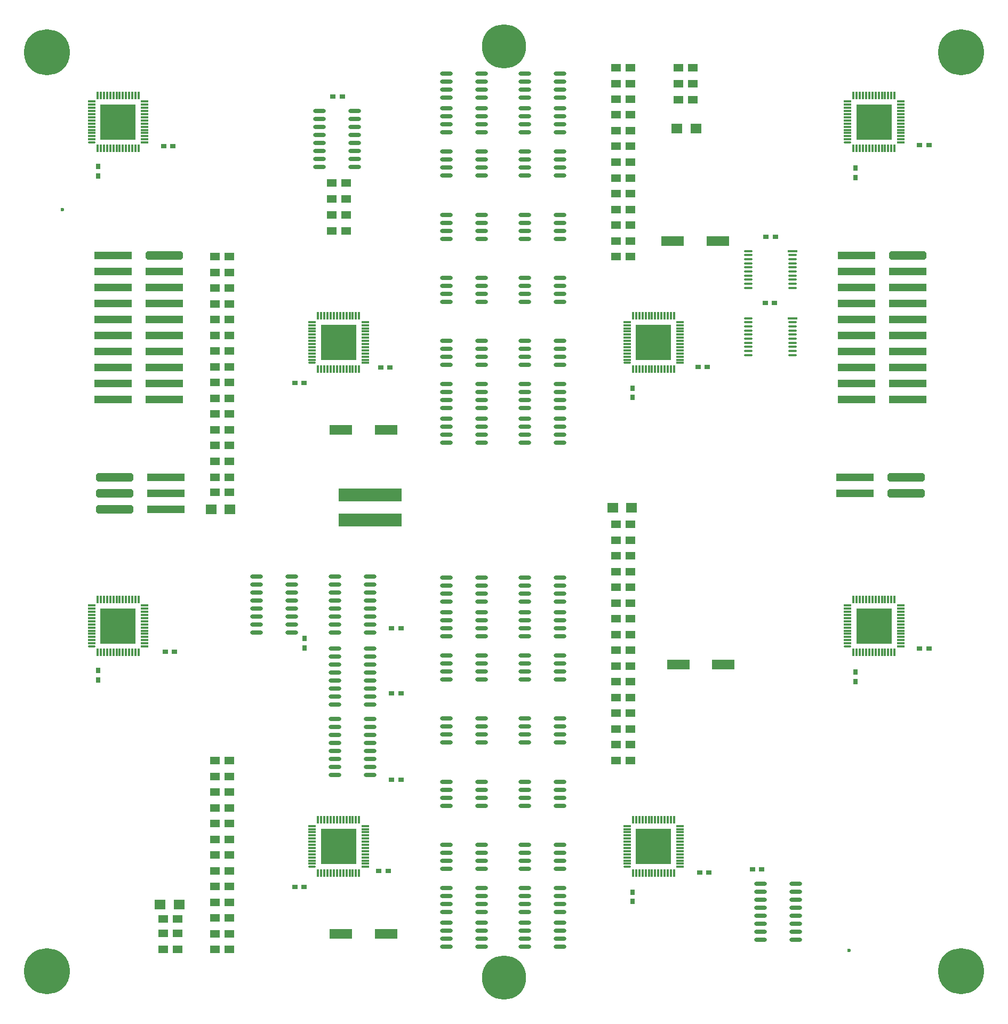
<source format=gbp>
%FSLAX25Y25*%
%MOIN*%
G70*
G01*
G75*
G04 Layer_Color=128*
%ADD10R,0.06000X0.05000*%
%ADD11R,0.01772X0.01575*%
%ADD12C,0.02362*%
%ADD13C,0.00500*%
%ADD14C,0.01200*%
%ADD15C,0.01500*%
%ADD16C,0.01000*%
%ADD17C,0.00700*%
%ADD18C,0.01969*%
%ADD19C,0.03937*%
%ADD20C,0.11811*%
%ADD21C,0.02000*%
%ADD22C,0.03000*%
%ADD23C,0.01181*%
%ADD24C,0.02500*%
%ADD25C,0.02000*%
%ADD26C,0.01800*%
%ADD27C,0.04000*%
%ADD28C,0.02953*%
%ADD29C,0.05000*%
G04:AMPARAMS|DCode=30|XSize=39.95mil|YSize=37.83mil|CornerRadius=0mil|HoleSize=0mil|Usage=FLASHONLY|Rotation=45.000|XOffset=0mil|YOffset=0mil|HoleType=Round|Shape=Rectangle|*
%AMROTATEDRECTD30*
4,1,4,-0.00075,-0.02750,-0.02750,-0.00075,0.00075,0.02750,0.02750,0.00075,-0.00075,-0.02750,0.0*
%
%ADD30ROTATEDRECTD30*%

%ADD31R,0.05675X0.03500*%
G04:AMPARAMS|DCode=32|XSize=56.45mil|YSize=34.3mil|CornerRadius=0mil|HoleSize=0mil|Usage=FLASHONLY|Rotation=45.000|XOffset=0mil|YOffset=0mil|HoleType=Round|Shape=Rectangle|*
%AMROTATEDRECTD32*
4,1,4,-0.00783,-0.03208,-0.03208,-0.00783,0.00783,0.03208,0.03208,0.00783,-0.00783,-0.03208,0.0*
%
%ADD32ROTATEDRECTD32*%

%ADD33R,0.09875X0.04484*%
G04:AMPARAMS|DCode=34|XSize=28.19mil|YSize=14.85mil|CornerRadius=0mil|HoleSize=0mil|Usage=FLASHONLY|Rotation=45.000|XOffset=0mil|YOffset=0mil|HoleType=Round|Shape=Rectangle|*
%AMROTATEDRECTD34*
4,1,4,-0.00472,-0.01522,-0.01522,-0.00472,0.00472,0.01522,0.01522,0.00472,-0.00472,-0.01522,0.0*
%
%ADD34ROTATEDRECTD34*%

G04:AMPARAMS|DCode=35|XSize=16.97mil|YSize=36.77mil|CornerRadius=0mil|HoleSize=0mil|Usage=FLASHONLY|Rotation=45.000|XOffset=0mil|YOffset=0mil|HoleType=Round|Shape=Rectangle|*
%AMROTATEDRECTD35*
4,1,4,0.00700,-0.01900,-0.01900,0.00700,-0.00700,0.01900,0.01900,-0.00700,0.00700,-0.01900,0.0*
%
%ADD35ROTATEDRECTD35*%

%ADD36R,0.12600X0.04700*%
G04:AMPARAMS|DCode=37|XSize=41.72mil|YSize=19.61mil|CornerRadius=0mil|HoleSize=0mil|Usage=FLASHONLY|Rotation=45.000|XOffset=0mil|YOffset=0mil|HoleType=Round|Shape=Rectangle|*
%AMROTATEDRECTD37*
4,1,4,-0.00782,-0.02168,-0.02168,-0.00782,0.00782,0.02168,0.02168,0.00782,-0.00782,-0.02168,0.0*
%
%ADD37ROTATEDRECTD37*%

G04:AMPARAMS|DCode=38|XSize=20.86mil|YSize=37.15mil|CornerRadius=0mil|HoleSize=0mil|Usage=FLASHONLY|Rotation=45.000|XOffset=0mil|YOffset=0mil|HoleType=Round|Shape=Rectangle|*
%AMROTATEDRECTD38*
4,1,4,0.00576,-0.02051,-0.02051,0.00576,-0.00576,0.02051,0.02051,-0.00576,0.00576,-0.02051,0.0*
%
%ADD38ROTATEDRECTD38*%

%ADD39R,0.13700X0.04650*%
G04:AMPARAMS|DCode=40|XSize=45.9mil|YSize=34.29mil|CornerRadius=0mil|HoleSize=0mil|Usage=FLASHONLY|Rotation=45.000|XOffset=0mil|YOffset=0mil|HoleType=Round|Shape=Rectangle|*
%AMROTATEDRECTD40*
4,1,4,-0.00411,-0.02835,-0.02835,-0.00411,0.00411,0.02835,0.02835,0.00411,-0.00411,-0.02835,0.0*
%
%ADD40ROTATEDRECTD40*%

G04:AMPARAMS|DCode=41|XSize=21.21mil|YSize=44.19mil|CornerRadius=0mil|HoleSize=0mil|Usage=FLASHONLY|Rotation=45.000|XOffset=0mil|YOffset=0mil|HoleType=Round|Shape=Rectangle|*
%AMROTATEDRECTD41*
4,1,4,0.00812,-0.02312,-0.02312,0.00812,-0.00812,0.02312,0.02312,-0.00812,0.00812,-0.02312,0.0*
%
%ADD41ROTATEDRECTD41*%

%ADD42R,0.15900X0.04141*%
G04:AMPARAMS|DCode=43|XSize=19.91mil|YSize=40.5mil|CornerRadius=0mil|HoleSize=0mil|Usage=FLASHONLY|Rotation=45.000|XOffset=0mil|YOffset=0mil|HoleType=Round|Shape=Rectangle|*
%AMROTATEDRECTD43*
4,1,4,0.00728,-0.02136,-0.02136,0.00728,-0.00728,0.02136,0.02136,-0.00728,0.00728,-0.02136,0.0*
%
%ADD43ROTATEDRECTD43*%

%ADD44R,0.11436X0.03164*%
G04:AMPARAMS|DCode=45|XSize=50.91mil|YSize=50.91mil|CornerRadius=0mil|HoleSize=0mil|Usage=FLASHONLY|Rotation=45.000|XOffset=0mil|YOffset=0mil|HoleType=Round|Shape=Rectangle|*
%AMROTATEDRECTD45*
4,1,4,0.00000,-0.03600,-0.03600,0.00000,0.00000,0.03600,0.03600,0.00000,0.00000,-0.03600,0.0*
%
%ADD45ROTATEDRECTD45*%

G04:AMPARAMS|DCode=46|XSize=55.51mil|YSize=42.75mil|CornerRadius=0mil|HoleSize=0mil|Usage=FLASHONLY|Rotation=45.000|XOffset=0mil|YOffset=0mil|HoleType=Round|Shape=Rectangle|*
%AMROTATEDRECTD46*
4,1,4,-0.00451,-0.03474,-0.03474,-0.00451,0.00451,0.03474,0.03474,0.00451,-0.00451,-0.03474,0.0*
%
%ADD46ROTATEDRECTD46*%

%ADD47R,0.08050X0.07200*%
G04:AMPARAMS|DCode=48|XSize=24.37mil|YSize=44.08mil|CornerRadius=0mil|HoleSize=0mil|Usage=FLASHONLY|Rotation=45.000|XOffset=0mil|YOffset=0mil|HoleType=Round|Shape=Rectangle|*
%AMROTATEDRECTD48*
4,1,4,0.00697,-0.02420,-0.02420,0.00697,-0.00697,0.02420,0.02420,-0.00697,0.00697,-0.02420,0.0*
%
%ADD48ROTATEDRECTD48*%

%ADD49R,0.30653X0.03447*%
%ADD50R,0.19797X0.02000*%
G04:AMPARAMS|DCode=51|XSize=53.88mil|YSize=35.56mil|CornerRadius=0mil|HoleSize=0mil|Usage=FLASHONLY|Rotation=45.000|XOffset=0mil|YOffset=0mil|HoleType=Round|Shape=Rectangle|*
%AMROTATEDRECTD51*
4,1,4,-0.00647,-0.03162,-0.03162,-0.00647,0.00647,0.03162,0.03162,0.00647,-0.00647,-0.03162,0.0*
%
%ADD51ROTATEDRECTD51*%

G04:AMPARAMS|DCode=52|XSize=30.94mil|YSize=51.65mil|CornerRadius=0mil|HoleSize=0mil|Usage=FLASHONLY|Rotation=45.000|XOffset=0mil|YOffset=0mil|HoleType=Round|Shape=Rectangle|*
%AMROTATEDRECTD52*
4,1,4,0.00732,-0.02920,-0.02920,0.00732,-0.00732,0.02920,0.02920,-0.00732,0.00732,-0.02920,0.0*
%
%ADD52ROTATEDRECTD52*%

%ADD53R,0.16950X0.05119*%
G04:AMPARAMS|DCode=54|XSize=43.68mil|YSize=24.57mil|CornerRadius=0mil|HoleSize=0mil|Usage=FLASHONLY|Rotation=45.000|XOffset=0mil|YOffset=0mil|HoleType=Round|Shape=Rectangle|*
%AMROTATEDRECTD54*
4,1,4,-0.00676,-0.02413,-0.02413,-0.00676,0.00676,0.02413,0.02413,0.00676,-0.00676,-0.02413,0.0*
%
%ADD54ROTATEDRECTD54*%

G04:AMPARAMS|DCode=55|XSize=25.1mil|YSize=45.08mil|CornerRadius=0mil|HoleSize=0mil|Usage=FLASHONLY|Rotation=45.000|XOffset=0mil|YOffset=0mil|HoleType=Round|Shape=Rectangle|*
%AMROTATEDRECTD55*
4,1,4,0.00706,-0.02481,-0.02481,0.00706,-0.00706,0.02481,0.02481,-0.00706,0.00706,-0.02481,0.0*
%
%ADD55ROTATEDRECTD55*%

%ADD56R,0.15350X0.04267*%
G04:AMPARAMS|DCode=57|XSize=44.31mil|YSize=22.29mil|CornerRadius=0mil|HoleSize=0mil|Usage=FLASHONLY|Rotation=45.000|XOffset=0mil|YOffset=0mil|HoleType=Round|Shape=Rectangle|*
%AMROTATEDRECTD57*
4,1,4,-0.00778,-0.02355,-0.02355,-0.00778,0.00778,0.02355,0.02355,0.00778,-0.00778,-0.02355,0.0*
%
%ADD57ROTATEDRECTD57*%

G04:AMPARAMS|DCode=58|XSize=21.21mil|YSize=30.65mil|CornerRadius=0mil|HoleSize=0mil|Usage=FLASHONLY|Rotation=45.000|XOffset=0mil|YOffset=0mil|HoleType=Round|Shape=Rectangle|*
%AMROTATEDRECTD58*
4,1,4,0.00334,-0.01834,-0.01834,0.00334,-0.00334,0.01834,0.01834,-0.00334,0.00334,-0.01834,0.0*
%
%ADD58ROTATEDRECTD58*%

%ADD59R,0.16400X0.03444*%
G04:AMPARAMS|DCode=60|XSize=11.2mil|YSize=27.05mil|CornerRadius=0mil|HoleSize=0mil|Usage=FLASHONLY|Rotation=45.000|XOffset=0mil|YOffset=0mil|HoleType=Round|Shape=Rectangle|*
%AMROTATEDRECTD60*
4,1,4,0.00560,-0.01353,-0.01353,0.00560,-0.00560,0.01353,0.01353,-0.00560,0.00560,-0.01353,0.0*
%
%ADD60ROTATEDRECTD60*%

%ADD61R,0.15785X0.03225*%
G04:AMPARAMS|DCode=62|XSize=49.14mil|YSize=61.87mil|CornerRadius=0mil|HoleSize=0mil|Usage=FLASHONLY|Rotation=45.000|XOffset=0mil|YOffset=0mil|HoleType=Round|Shape=Rectangle|*
%AMROTATEDRECTD62*
4,1,4,0.00450,-0.03925,-0.03925,0.00450,-0.00450,0.03925,0.03925,-0.00450,0.00450,-0.03925,0.0*
%
%ADD62ROTATEDRECTD62*%

G04:AMPARAMS|DCode=63|XSize=54.09mil|YSize=54.09mil|CornerRadius=0mil|HoleSize=0mil|Usage=FLASHONLY|Rotation=45.000|XOffset=0mil|YOffset=0mil|HoleType=Round|Shape=Rectangle|*
%AMROTATEDRECTD63*
4,1,4,0.00000,-0.03825,-0.03825,0.00000,0.00000,0.03825,0.03825,0.00000,0.00000,-0.03825,0.0*
%
%ADD63ROTATEDRECTD63*%

%ADD64R,0.39400X0.07650*%
%ADD65R,0.03426X0.03425*%
G04:AMPARAMS|DCode=66|XSize=33.16mil|YSize=24.98mil|CornerRadius=0mil|HoleSize=0mil|Usage=FLASHONLY|Rotation=45.000|XOffset=0mil|YOffset=0mil|HoleType=Round|Shape=Rectangle|*
%AMROTATEDRECTD66*
4,1,4,-0.00289,-0.02056,-0.02056,-0.00289,0.00289,0.02056,0.02056,0.00289,-0.00289,-0.02056,0.0*
%
%ADD66ROTATEDRECTD66*%

G04:AMPARAMS|DCode=67|XSize=49.5mil|YSize=54.11mil|CornerRadius=0mil|HoleSize=0mil|Usage=FLASHONLY|Rotation=45.000|XOffset=0mil|YOffset=0mil|HoleType=Round|Shape=Rectangle|*
%AMROTATEDRECTD67*
4,1,4,0.00163,-0.03663,-0.03663,0.00163,-0.00163,0.03663,0.03663,-0.00163,0.00163,-0.03663,0.0*
%
%ADD67ROTATEDRECTD67*%

G04:AMPARAMS|DCode=68|XSize=61.52mil|YSize=32.44mil|CornerRadius=0mil|HoleSize=0mil|Usage=FLASHONLY|Rotation=45.000|XOffset=0mil|YOffset=0mil|HoleType=Round|Shape=Rectangle|*
%AMROTATEDRECTD68*
4,1,4,-0.01028,-0.03322,-0.03322,-0.01028,0.01028,0.03322,0.03322,0.01028,-0.01028,-0.03322,0.0*
%
%ADD68ROTATEDRECTD68*%

%ADD69R,0.08650X0.03851*%
%ADD70R,0.05100X0.06450*%
G04:AMPARAMS|DCode=71|XSize=49.72mil|YSize=59.41mil|CornerRadius=0mil|HoleSize=0mil|Usage=FLASHONLY|Rotation=45.000|XOffset=0mil|YOffset=0mil|HoleType=Round|Shape=Rectangle|*
%AMROTATEDRECTD71*
4,1,4,0.00342,-0.03858,-0.03858,0.00342,-0.00342,0.03858,0.03858,-0.00342,0.00342,-0.03858,0.0*
%
%ADD71ROTATEDRECTD71*%

G04:AMPARAMS|DCode=72|XSize=44.19mil|YSize=26.52mil|CornerRadius=0mil|HoleSize=0mil|Usage=FLASHONLY|Rotation=45.000|XOffset=0mil|YOffset=0mil|HoleType=Round|Shape=Rectangle|*
%AMROTATEDRECTD72*
4,1,4,-0.00625,-0.02500,-0.02500,-0.00625,0.00625,0.02500,0.02500,0.00625,-0.00625,-0.02500,0.0*
%
%ADD72ROTATEDRECTD72*%

%ADD73R,0.06550X0.04491*%
G04:AMPARAMS|DCode=74|XSize=30.68mil|YSize=19.45mil|CornerRadius=0mil|HoleSize=0mil|Usage=FLASHONLY|Rotation=45.000|XOffset=0mil|YOffset=0mil|HoleType=Round|Shape=Rectangle|*
%AMROTATEDRECTD74*
4,1,4,-0.00397,-0.01772,-0.01772,-0.00397,0.00397,0.01772,0.01772,0.00397,-0.00397,-0.01772,0.0*
%
%ADD74ROTATEDRECTD74*%

G04:AMPARAMS|DCode=75|XSize=12.5mil|YSize=30.89mil|CornerRadius=0mil|HoleSize=0mil|Usage=FLASHONLY|Rotation=45.000|XOffset=0mil|YOffset=0mil|HoleType=Round|Shape=Rectangle|*
%AMROTATEDRECTD75*
4,1,4,0.00650,-0.01534,-0.01534,0.00650,-0.00650,0.01534,0.01534,-0.00650,0.00650,-0.01534,0.0*
%
%ADD75ROTATEDRECTD75*%

%ADD76R,0.17800X0.03089*%
G04:AMPARAMS|DCode=77|XSize=38.54mil|YSize=34.81mil|CornerRadius=0mil|HoleSize=0mil|Usage=FLASHONLY|Rotation=45.000|XOffset=0mil|YOffset=0mil|HoleType=Round|Shape=Rectangle|*
%AMROTATEDRECTD77*
4,1,4,-0.00132,-0.02593,-0.02593,-0.00132,0.00132,0.02593,0.02593,0.00132,-0.00132,-0.02593,0.0*
%
%ADD77ROTATEDRECTD77*%

G04:AMPARAMS|DCode=78|XSize=22.1mil|YSize=41.64mil|CornerRadius=0mil|HoleSize=0mil|Usage=FLASHONLY|Rotation=45.000|XOffset=0mil|YOffset=0mil|HoleType=Round|Shape=Rectangle|*
%AMROTATEDRECTD78*
4,1,4,0.00691,-0.02254,-0.02254,0.00691,-0.00691,0.02254,0.02254,-0.00691,0.00691,-0.02254,0.0*
%
%ADD78ROTATEDRECTD78*%

%ADD79R,0.17425X0.04056*%
%ADD80R,0.20900X0.04218*%
G04:AMPARAMS|DCode=81|XSize=33.08mil|YSize=15.5mil|CornerRadius=0mil|HoleSize=0mil|Usage=FLASHONLY|Rotation=45.000|XOffset=0mil|YOffset=0mil|HoleType=Round|Shape=Rectangle|*
%AMROTATEDRECTD81*
4,1,4,-0.00622,-0.01718,-0.01718,-0.00622,0.00622,0.01718,0.01718,0.00622,-0.00622,-0.01718,0.0*
%
%ADD81ROTATEDRECTD81*%

G04:AMPARAMS|DCode=82|XSize=13.44mil|YSize=20.2mil|CornerRadius=0mil|HoleSize=0mil|Usage=FLASHONLY|Rotation=45.000|XOffset=0mil|YOffset=0mil|HoleType=Round|Shape=Rectangle|*
%AMROTATEDRECTD82*
4,1,4,0.00239,-0.01189,-0.01189,0.00239,-0.00239,0.01189,0.01189,-0.00239,0.00239,-0.01189,0.0*
%
%ADD82ROTATEDRECTD82*%

%ADD83R,0.20250X0.02924*%
G04:AMPARAMS|DCode=84|XSize=39.05mil|YSize=61.13mil|CornerRadius=0mil|HoleSize=0mil|Usage=FLASHONLY|Rotation=45.000|XOffset=0mil|YOffset=0mil|HoleType=Round|Shape=Rectangle|*
%AMROTATEDRECTD84*
4,1,4,0.00781,-0.03542,-0.03542,0.00781,-0.00781,0.03542,0.03542,-0.00781,0.00781,-0.03542,0.0*
%
%ADD84ROTATEDRECTD84*%

%ADD85R,0.04318X0.05741*%
G04:AMPARAMS|DCode=86|XSize=89.48mil|YSize=38.83mil|CornerRadius=0mil|HoleSize=0mil|Usage=FLASHONLY|Rotation=45.000|XOffset=0mil|YOffset=0mil|HoleType=Round|Shape=Rectangle|*
%AMROTATEDRECTD86*
4,1,4,-0.01791,-0.04536,-0.04536,-0.01791,0.01791,0.04536,0.04536,0.01791,-0.01791,-0.04536,0.0*
%
%ADD86ROTATEDRECTD86*%

%ADD87R,0.07950X0.05300*%
%ADD88R,0.15850X0.03600*%
%ADD89R,0.11050X0.05387*%
G04:AMPARAMS|DCode=90|XSize=55.16mil|YSize=28.83mil|CornerRadius=0mil|HoleSize=0mil|Usage=FLASHONLY|Rotation=45.000|XOffset=0mil|YOffset=0mil|HoleType=Round|Shape=Rectangle|*
%AMROTATEDRECTD90*
4,1,4,-0.00931,-0.02969,-0.02969,-0.00931,0.00931,0.02969,0.02969,0.00931,-0.00931,-0.02969,0.0*
%
%ADD90ROTATEDRECTD90*%

G04:AMPARAMS|DCode=91|XSize=23.5mil|YSize=54.19mil|CornerRadius=0mil|HoleSize=0mil|Usage=FLASHONLY|Rotation=45.000|XOffset=0mil|YOffset=0mil|HoleType=Round|Shape=Rectangle|*
%AMROTATEDRECTD91*
4,1,4,0.01085,-0.02747,-0.02747,0.01085,-0.01085,0.02747,0.02747,-0.01085,0.01085,-0.02747,0.0*
%
%ADD91ROTATEDRECTD91*%

%ADD92R,0.10810X0.04344*%
G04:AMPARAMS|DCode=93|XSize=26.24mil|YSize=43.76mil|CornerRadius=0mil|HoleSize=0mil|Usage=FLASHONLY|Rotation=45.000|XOffset=0mil|YOffset=0mil|HoleType=Round|Shape=Rectangle|*
%AMROTATEDRECTD93*
4,1,4,0.00620,-0.02475,-0.02475,0.00620,-0.00620,0.02475,0.02475,-0.00620,0.00620,-0.02475,0.0*
%
%ADD93ROTATEDRECTD93*%

G04:AMPARAMS|DCode=94|XSize=45.57mil|YSize=33.01mil|CornerRadius=0mil|HoleSize=0mil|Usage=FLASHONLY|Rotation=45.000|XOffset=0mil|YOffset=0mil|HoleType=Round|Shape=Rectangle|*
%AMROTATEDRECTD94*
4,1,4,-0.00444,-0.02778,-0.02778,-0.00444,0.00444,0.02778,0.02778,0.00444,-0.00444,-0.02778,0.0*
%
%ADD94ROTATEDRECTD94*%

%ADD95R,0.01800X0.03850*%
G04:AMPARAMS|DCode=96|XSize=41.49mil|YSize=32.01mil|CornerRadius=0mil|HoleSize=0mil|Usage=FLASHONLY|Rotation=45.000|XOffset=0mil|YOffset=0mil|HoleType=Round|Shape=Rectangle|*
%AMROTATEDRECTD96*
4,1,4,-0.00335,-0.02599,-0.02599,-0.00335,0.00335,0.02599,0.02599,0.00335,-0.00335,-0.02599,0.0*
%
%ADD96ROTATEDRECTD96*%

G04:AMPARAMS|DCode=97|XSize=26.36mil|YSize=39.33mil|CornerRadius=0mil|HoleSize=0mil|Usage=FLASHONLY|Rotation=45.000|XOffset=0mil|YOffset=0mil|HoleType=Round|Shape=Rectangle|*
%AMROTATEDRECTD97*
4,1,4,0.00459,-0.02323,-0.02323,0.00459,-0.00459,0.02323,0.02323,-0.00459,0.00459,-0.02323,0.0*
%
%ADD97ROTATEDRECTD97*%

%ADD98R,0.01700X0.02811*%
%ADD99C,0.00800*%
%ADD100R,0.23050X0.04550*%
%ADD101R,0.04724X0.01181*%
%ADD102R,0.01181X0.04724*%
%ADD103O,0.04724X0.01181*%
%ADD104R,0.22441X0.22441*%
%ADD105R,0.23622X0.05118*%
G04:AMPARAMS|DCode=106|XSize=51.18mil|YSize=236.22mil|CornerRadius=0mil|HoleSize=0mil|Usage=FLASHONLY|Rotation=90.000|XOffset=0mil|YOffset=0mil|HoleType=Round|Shape=Octagon|*
%AMOCTAGOND106*
4,1,8,-0.11811,-0.01280,-0.11811,0.01280,-0.10531,0.02559,0.10531,0.02559,0.11811,0.01280,0.11811,-0.01280,0.10531,-0.02559,-0.10531,-0.02559,-0.11811,-0.01280,0.0*
%
%ADD106OCTAGOND106*%

%ADD107O,0.05906X0.01378*%
%ADD108R,0.05906X0.01378*%
%ADD109O,0.05906X0.01378*%
%ADD110O,0.05906X0.01378*%
%ADD111O,0.08000X0.02400*%
%ADD112R,0.14173X0.06299*%
%ADD113R,0.06693X0.05906*%
%ADD114C,0.28740*%
%ADD115C,0.27559*%
%ADD116R,0.39370X0.07874*%
%ADD117R,0.03500X0.03000*%
%ADD118R,0.03000X0.03500*%
%ADD119C,0.03937*%
%ADD120C,0.01300*%
%ADD121C,0.02400*%
%ADD122R,0.05550X0.05400*%
%ADD123R,0.06500X0.02000*%
%ADD124R,0.07200X0.02050*%
G04:AMPARAMS|DCode=125|XSize=23.91mil|YSize=11.89mil|CornerRadius=0mil|HoleSize=0mil|Usage=FLASHONLY|Rotation=45.000|XOffset=0mil|YOffset=0mil|HoleType=Round|Shape=Rectangle|*
%AMROTATEDRECTD125*
4,1,4,-0.00425,-0.01266,-0.01266,-0.00425,0.00425,0.01266,0.01266,0.00425,-0.00425,-0.01266,0.0*
%
%ADD125ROTATEDRECTD125*%

%ADD126R,0.03650X0.01800*%
%ADD127R,0.05300X0.03650*%
G04:AMPARAMS|DCode=128|XSize=59.94mil|YSize=16.36mil|CornerRadius=0mil|HoleSize=0mil|Usage=FLASHONLY|Rotation=45.000|XOffset=0mil|YOffset=0mil|HoleType=Round|Shape=Rectangle|*
%AMROTATEDRECTD128*
4,1,4,-0.01541,-0.02698,-0.02698,-0.01541,0.01541,0.02698,0.02698,0.01541,-0.01541,-0.02698,0.0*
%
%ADD128ROTATEDRECTD128*%

G04:AMPARAMS|DCode=129|XSize=26.34mil|YSize=9.75mil|CornerRadius=0mil|HoleSize=0mil|Usage=FLASHONLY|Rotation=45.000|XOffset=0mil|YOffset=0mil|HoleType=Round|Shape=Rectangle|*
%AMROTATEDRECTD129*
4,1,4,-0.00587,-0.01276,-0.01276,-0.00587,0.00587,0.01276,0.01276,0.00587,-0.00587,-0.01276,0.0*
%
%ADD129ROTATEDRECTD129*%

%ADD130R,0.03700X0.01700*%
G04:AMPARAMS|DCode=131|XSize=51mil|YSize=30.5mil|CornerRadius=0mil|HoleSize=0mil|Usage=FLASHONLY|Rotation=45.000|XOffset=0mil|YOffset=0mil|HoleType=Round|Shape=Rectangle|*
%AMROTATEDRECTD131*
4,1,4,-0.00725,-0.02881,-0.02881,-0.00725,0.00725,0.02881,0.02881,0.00725,-0.00725,-0.02881,0.0*
%
%ADD131ROTATEDRECTD131*%

G04:AMPARAMS|DCode=132|XSize=75.31mil|YSize=40.5mil|CornerRadius=0mil|HoleSize=0mil|Usage=FLASHONLY|Rotation=45.000|XOffset=0mil|YOffset=0mil|HoleType=Round|Shape=Rectangle|*
%AMROTATEDRECTD132*
4,1,4,-0.01231,-0.04094,-0.04094,-0.01231,0.01231,0.04094,0.04094,0.01231,-0.01231,-0.04094,0.0*
%
%ADD132ROTATEDRECTD132*%

%ADD133R,0.06366X0.06084*%
G04:AMPARAMS|DCode=134|XSize=71.71mil|YSize=36.31mil|CornerRadius=0mil|HoleSize=0mil|Usage=FLASHONLY|Rotation=45.000|XOffset=0mil|YOffset=0mil|HoleType=Round|Shape=Rectangle|*
%AMROTATEDRECTD134*
4,1,4,-0.01252,-0.03819,-0.03819,-0.01252,0.01252,0.03819,0.03819,0.01252,-0.01252,-0.03819,0.0*
%
%ADD134ROTATEDRECTD134*%

%ADD135R,0.03850X0.09550*%
%ADD136R,0.04100X0.02600*%
G04:AMPARAMS|DCode=137|XSize=42.63mil|YSize=34.98mil|CornerRadius=0mil|HoleSize=0mil|Usage=FLASHONLY|Rotation=45.000|XOffset=0mil|YOffset=0mil|HoleType=Round|Shape=Rectangle|*
%AMROTATEDRECTD137*
4,1,4,-0.00270,-0.02744,-0.02744,-0.00270,0.00270,0.02744,0.02744,0.00270,-0.00270,-0.02744,0.0*
%
%ADD137ROTATEDRECTD137*%

%ADD138R,0.03800X0.06700*%
G04:AMPARAMS|DCode=139|XSize=76.72mil|YSize=39.96mil|CornerRadius=0mil|HoleSize=0mil|Usage=FLASHONLY|Rotation=45.000|XOffset=0mil|YOffset=0mil|HoleType=Round|Shape=Rectangle|*
%AMROTATEDRECTD139*
4,1,4,-0.01300,-0.04125,-0.04125,-0.01300,0.01300,0.04125,0.04125,0.01300,-0.01300,-0.04125,0.0*
%
%ADD139ROTATEDRECTD139*%

%ADD140R,0.01400X0.01150*%
G04:AMPARAMS|DCode=141|XSize=16.62mil|YSize=18.03mil|CornerRadius=0mil|HoleSize=0mil|Usage=FLASHONLY|Rotation=45.000|XOffset=0mil|YOffset=0mil|HoleType=Round|Shape=Rectangle|*
%AMROTATEDRECTD141*
4,1,4,0.00050,-0.01225,-0.01225,0.00050,-0.00050,0.01225,0.01225,-0.00050,0.00050,-0.01225,0.0*
%
%ADD141ROTATEDRECTD141*%

G04:AMPARAMS|DCode=142|XSize=36.42mil|YSize=74.95mil|CornerRadius=0mil|HoleSize=0mil|Usage=FLASHONLY|Rotation=45.000|XOffset=0mil|YOffset=0mil|HoleType=Round|Shape=Rectangle|*
%AMROTATEDRECTD142*
4,1,4,0.01363,-0.03938,-0.03938,0.01363,-0.01363,0.03938,0.03938,-0.01363,0.01363,-0.03938,0.0*
%
%ADD142ROTATEDRECTD142*%

%ADD143R,0.03350X0.01200*%
%ADD144R,0.00950X0.00950*%
G04:AMPARAMS|DCode=145|XSize=15.2mil|YSize=20.51mil|CornerRadius=0mil|HoleSize=0mil|Usage=FLASHONLY|Rotation=45.000|XOffset=0mil|YOffset=0mil|HoleType=Round|Shape=Rectangle|*
%AMROTATEDRECTD145*
4,1,4,0.00188,-0.01263,-0.01263,0.00188,-0.00188,0.01263,0.01263,-0.00188,0.00188,-0.01263,0.0*
%
%ADD145ROTATEDRECTD145*%

G04:AMPARAMS|DCode=146|XSize=10.26mil|YSize=9.19mil|CornerRadius=0mil|HoleSize=0mil|Usage=FLASHONLY|Rotation=45.000|XOffset=0mil|YOffset=0mil|HoleType=Round|Shape=Rectangle|*
%AMROTATEDRECTD146*
4,1,4,-0.00038,-0.00688,-0.00688,-0.00038,0.00038,0.00688,0.00688,0.00038,-0.00038,-0.00688,0.0*
%
%ADD146ROTATEDRECTD146*%

%ADD147R,0.11900X0.04050*%
%ADD148R,0.07050X0.04550*%
%ADD149R,0.10850X0.05500*%
%ADD150R,0.02800X0.02050*%
G04:AMPARAMS|DCode=151|XSize=57.98mil|YSize=72.83mil|CornerRadius=0mil|HoleSize=0mil|Usage=FLASHONLY|Rotation=45.000|XOffset=0mil|YOffset=0mil|HoleType=Round|Shape=Rectangle|*
%AMROTATEDRECTD151*
4,1,4,0.00525,-0.04625,-0.04625,0.00525,-0.00525,0.04625,0.04625,-0.00525,0.00525,-0.04625,0.0*
%
%ADD151ROTATEDRECTD151*%

%ADD152R,0.03200X0.02000*%
G04:AMPARAMS|DCode=153|XSize=26.75mil|YSize=44.55mil|CornerRadius=0mil|HoleSize=0mil|Usage=FLASHONLY|Rotation=45.000|XOffset=0mil|YOffset=0mil|HoleType=Round|Shape=Rectangle|*
%AMROTATEDRECTD153*
4,1,4,0.00629,-0.02521,-0.02521,0.00629,-0.00629,0.02521,0.02521,-0.00629,0.00629,-0.02521,0.0*
%
%ADD153ROTATEDRECTD153*%

%ADD154R,0.10100X0.05150*%
%ADD155R,0.02875X0.02875*%
G04:AMPARAMS|DCode=156|XSize=40.66mil|YSize=26.52mil|CornerRadius=0mil|HoleSize=0mil|Usage=FLASHONLY|Rotation=45.000|XOffset=0mil|YOffset=0mil|HoleType=Round|Shape=Rectangle|*
%AMROTATEDRECTD156*
4,1,4,-0.00500,-0.02375,-0.02375,-0.00500,0.00500,0.02375,0.02375,0.00500,-0.00500,-0.02375,0.0*
%
%ADD156ROTATEDRECTD156*%

%ADD157R,0.05800X0.05050*%
%ADD158R,0.04300X0.05500*%
G04:AMPARAMS|DCode=159|XSize=32.5mil|YSize=23.72mil|CornerRadius=0mil|HoleSize=0mil|Usage=FLASHONLY|Rotation=45.000|XOffset=0mil|YOffset=0mil|HoleType=Round|Shape=Rectangle|*
%AMROTATEDRECTD159*
4,1,4,-0.00310,-0.01988,-0.01988,-0.00310,0.00310,0.01988,0.01988,0.00310,-0.00310,-0.01988,0.0*
%
%ADD159ROTATEDRECTD159*%

G04:AMPARAMS|DCode=160|XSize=60.46mil|YSize=29.46mil|CornerRadius=0mil|HoleSize=0mil|Usage=FLASHONLY|Rotation=45.000|XOffset=0mil|YOffset=0mil|HoleType=Round|Shape=Rectangle|*
%AMROTATEDRECTD160*
4,1,4,-0.01096,-0.03179,-0.03179,-0.01096,0.01096,0.03179,0.03179,0.01096,-0.01096,-0.03179,0.0*
%
%ADD160ROTATEDRECTD160*%

G04:AMPARAMS|DCode=161|XSize=39.95mil|YSize=17.32mil|CornerRadius=0mil|HoleSize=0mil|Usage=FLASHONLY|Rotation=45.000|XOffset=0mil|YOffset=0mil|HoleType=Round|Shape=Rectangle|*
%AMROTATEDRECTD161*
4,1,4,-0.00800,-0.02025,-0.02025,-0.00800,0.00800,0.02025,0.02025,0.00800,-0.00800,-0.02025,0.0*
%
%ADD161ROTATEDRECTD161*%

%ADD162R,0.03250X0.01400*%
%ADD163R,0.08800X0.04350*%
G04:AMPARAMS|DCode=164|XSize=60.08mil|YSize=31.97mil|CornerRadius=0mil|HoleSize=0mil|Usage=FLASHONLY|Rotation=45.000|XOffset=0mil|YOffset=0mil|HoleType=Round|Shape=Rectangle|*
%AMROTATEDRECTD164*
4,1,4,-0.00994,-0.03255,-0.03255,-0.00994,0.00994,0.03255,0.03255,0.00994,-0.00994,-0.03255,0.0*
%
%ADD164ROTATEDRECTD164*%

%ADD165R,0.10800X0.04197*%
G04:AMPARAMS|DCode=166|XSize=121.95mil|YSize=27mil|CornerRadius=0mil|HoleSize=0mil|Usage=FLASHONLY|Rotation=45.000|XOffset=0mil|YOffset=0mil|HoleType=Round|Shape=Rectangle|*
%AMROTATEDRECTD166*
4,1,4,-0.03357,-0.05266,-0.05266,-0.03357,0.03357,0.05266,0.05266,0.03357,-0.03357,-0.05266,0.0*
%
%ADD166ROTATEDRECTD166*%

G04:AMPARAMS|DCode=167|XSize=73.2mil|YSize=30.03mil|CornerRadius=0mil|HoleSize=0mil|Usage=FLASHONLY|Rotation=45.000|XOffset=0mil|YOffset=0mil|HoleType=Round|Shape=Rectangle|*
%AMROTATEDRECTD167*
4,1,4,-0.01526,-0.03650,-0.03650,-0.01526,0.01526,0.03650,0.03650,0.01526,-0.01526,-0.03650,0.0*
%
%ADD167ROTATEDRECTD167*%

%ADD168R,0.03500X0.03739*%
G04:AMPARAMS|DCode=169|XSize=50.28mil|YSize=115.53mil|CornerRadius=0mil|HoleSize=0mil|Usage=FLASHONLY|Rotation=45.000|XOffset=0mil|YOffset=0mil|HoleType=Round|Shape=Rectangle|*
%AMROTATEDRECTD169*
4,1,4,0.02307,-0.05863,-0.05863,0.02307,-0.02307,0.05863,0.05863,-0.02307,0.02307,-0.05863,0.0*
%
%ADD169ROTATEDRECTD169*%

%ADD170R,0.03000X0.01400*%
G04:AMPARAMS|DCode=171|XSize=88.39mil|YSize=26.16mil|CornerRadius=0mil|HoleSize=0mil|Usage=FLASHONLY|Rotation=45.000|XOffset=0mil|YOffset=0mil|HoleType=Round|Shape=Rectangle|*
%AMROTATEDRECTD171*
4,1,4,-0.02200,-0.04050,-0.04050,-0.02200,0.02200,0.04050,0.04050,0.02200,-0.02200,-0.04050,0.0*
%
%ADD171ROTATEDRECTD171*%

%ADD172R,0.01500X0.00850*%
%ADD173R,0.02950X0.00550*%
%ADD174R,0.04495X0.00539*%
%ADD175R,0.05033X0.00267*%
%ADD176R,0.11325X0.03675*%
G04:AMPARAMS|DCode=177|XSize=16.5mil|YSize=27.4mil|CornerRadius=0mil|HoleSize=0mil|Usage=FLASHONLY|Rotation=45.000|XOffset=0mil|YOffset=0mil|HoleType=Round|Shape=Rectangle|*
%AMROTATEDRECTD177*
4,1,4,0.00385,-0.01552,-0.01552,0.00385,-0.00385,0.01552,0.01552,-0.00385,0.00385,-0.01552,0.0*
%
%ADD177ROTATEDRECTD177*%

G04:AMPARAMS|DCode=178|XSize=33.59mil|YSize=16.58mil|CornerRadius=0mil|HoleSize=0mil|Usage=FLASHONLY|Rotation=45.000|XOffset=0mil|YOffset=0mil|HoleType=Round|Shape=Rectangle|*
%AMROTATEDRECTD178*
4,1,4,-0.00601,-0.01774,-0.01774,-0.00601,0.00601,0.01774,0.01774,0.00601,-0.00601,-0.01774,0.0*
%
%ADD178ROTATEDRECTD178*%

%ADD179R,0.01938X0.01738*%
%ADD180R,0.09700X0.04050*%
%ADD181R,0.11490X0.04244*%
G04:AMPARAMS|DCode=182|XSize=8.9mil|YSize=45.61mil|CornerRadius=0mil|HoleSize=0mil|Usage=FLASHONLY|Rotation=45.000|XOffset=0mil|YOffset=0mil|HoleType=Round|Shape=Rectangle|*
%AMROTATEDRECTD182*
4,1,4,0.01298,-0.01927,-0.01927,0.01298,-0.01298,0.01927,0.01927,-0.01298,0.01298,-0.01927,0.0*
%
%ADD182ROTATEDRECTD182*%

G04:AMPARAMS|DCode=183|XSize=14.86mil|YSize=45.02mil|CornerRadius=0mil|HoleSize=0mil|Usage=FLASHONLY|Rotation=45.000|XOffset=0mil|YOffset=0mil|HoleType=Round|Shape=Rectangle|*
%AMROTATEDRECTD183*
4,1,4,0.01066,-0.02117,-0.02117,0.01066,-0.01066,0.02117,0.02117,-0.01066,0.01066,-0.02117,0.0*
%
%ADD183ROTATEDRECTD183*%

G04:AMPARAMS|DCode=184|XSize=76.01mil|YSize=41.72mil|CornerRadius=0mil|HoleSize=0mil|Usage=FLASHONLY|Rotation=45.000|XOffset=0mil|YOffset=0mil|HoleType=Round|Shape=Rectangle|*
%AMROTATEDRECTD184*
4,1,4,-0.01213,-0.04163,-0.04163,-0.01213,0.01213,0.04163,0.04163,0.01213,-0.01213,-0.04163,0.0*
%
%ADD184ROTATEDRECTD184*%

%ADD185R,0.11350X0.03407*%
G04:AMPARAMS|DCode=186|XSize=88.04mil|YSize=26.16mil|CornerRadius=0mil|HoleSize=0mil|Usage=FLASHONLY|Rotation=45.000|XOffset=0mil|YOffset=0mil|HoleType=Round|Shape=Rectangle|*
%AMROTATEDRECTD186*
4,1,4,-0.02188,-0.04038,-0.04038,-0.02188,0.02188,0.04038,0.04038,0.02188,-0.02188,-0.04038,0.0*
%
%ADD186ROTATEDRECTD186*%

%ADD187R,0.16950X0.05250*%
%ADD188R,0.26650X0.05100*%
%ADD189R,0.80250X0.04000*%
%ADD190R,0.05065X0.05200*%
%ADD191R,0.04215X0.07050*%
%ADD192R,0.05550X0.02200*%
%ADD193R,0.05250X0.02300*%
%ADD194R,0.04600X0.01828*%
%ADD195R,0.06250X0.02250*%
%ADD196R,0.09700X0.01850*%
%ADD197R,0.09825X0.01900*%
%ADD198R,0.07500X0.02050*%
%ADD199R,0.08400X0.02100*%
%ADD200R,0.04500X0.00950*%
%ADD201R,0.04600X0.02000*%
%ADD202R,0.06196X0.01600*%
%ADD203R,0.10850X0.04600*%
%ADD204R,0.11300X0.04300*%
%ADD205R,0.04350X0.05935*%
%ADD206R,0.04683X0.08778*%
%ADD207R,0.04632X0.06500*%
%ADD208R,0.03150X0.05678*%
%ADD209R,0.03950X0.07450*%
%ADD210R,0.05350X0.05600*%
%ADD211R,0.02250X0.08900*%
%ADD212R,0.04250X0.06950*%
%ADD213R,0.04550X0.06750*%
%ADD214R,0.03400X0.09050*%
%ADD215R,0.03813X0.15800*%
%ADD216R,0.05250X0.16900*%
%ADD217R,0.04650X0.17300*%
%ADD218R,0.04000X0.20100*%
%ADD219R,0.61500X0.03450*%
%ADD220R,0.61650X0.03500*%
%ADD221R,0.04750X0.08300*%
%ADD222R,0.04450X0.07622*%
%ADD223R,0.03800X0.08372*%
%ADD224R,0.03795X0.03650*%
%ADD225R,0.04100X0.08100*%
%ADD226R,0.04200X0.08300*%
%ADD227R,0.02050X0.07500*%
%ADD228R,0.15200X0.02400*%
%ADD229R,0.17441X0.01950*%
%ADD230R,0.16294X0.01600*%
%ADD231R,0.03300X0.02700*%
%ADD232R,0.04300X0.49800*%
%ADD233R,0.01800X0.02300*%
%ADD234R,0.03775X0.01225*%
%ADD235C,0.00200*%
%ADD236C,0.00787*%
%ADD237C,0.00600*%
%ADD238R,0.06800X0.05800*%
%ADD239R,0.02572X0.02375*%
%ADD240C,0.03162*%
%ADD241C,0.02769*%
%ADD242C,0.04737*%
%ADD243C,0.12611*%
%ADD244C,0.02800*%
%ADD245C,0.05906*%
%ADD246R,0.05524X0.01981*%
%ADD247R,0.01981X0.05524*%
%ADD248O,0.05524X0.01981*%
%ADD249R,0.24422X0.05918*%
G04:AMPARAMS|DCode=250|XSize=59.18mil|YSize=244.22mil|CornerRadius=0mil|HoleSize=0mil|Usage=FLASHONLY|Rotation=90.000|XOffset=0mil|YOffset=0mil|HoleType=Round|Shape=Octagon|*
%AMOCTAGOND250*
4,1,8,-0.12211,-0.01480,-0.12211,0.01480,-0.10731,0.02959,0.10731,0.02959,0.12211,0.01480,0.12211,-0.01480,0.10731,-0.02959,-0.10731,-0.02959,-0.12211,-0.01480,0.0*
%
%ADD250OCTAGOND250*%

%ADD251O,0.06706X0.02178*%
%ADD252R,0.06706X0.02178*%
%ADD253O,0.06706X0.02178*%
%ADD254O,0.06706X0.02178*%
%ADD255O,0.08800X0.03200*%
%ADD256R,0.14973X0.07099*%
%ADD257R,0.07493X0.06706*%
%ADD258C,0.29540*%
%ADD259C,0.28359*%
%ADD260R,0.40170X0.08674*%
%ADD261R,0.04300X0.03800*%
%ADD262R,0.03800X0.04300*%
D10*
X847500Y845000D02*
D03*
X838500D02*
D03*
Y835000D02*
D03*
X847500D02*
D03*
X808400Y825315D02*
D03*
X799400D02*
D03*
X557795Y362716D02*
D03*
X799400Y441457D02*
D03*
X799400Y431614D02*
D03*
X799400Y480827D02*
D03*
Y470984D02*
D03*
X799400Y559567D02*
D03*
Y549724D02*
D03*
Y520197D02*
D03*
Y510354D02*
D03*
X548795Y411929D02*
D03*
X548795Y402086D02*
D03*
X548795Y362716D02*
D03*
X548795Y333189D02*
D03*
Y323346D02*
D03*
Y293819D02*
D03*
X525500Y294000D02*
D03*
X548795Y372559D02*
D03*
X808400Y559567D02*
D03*
Y549724D02*
D03*
Y539882D02*
D03*
X799400D02*
D03*
X808400Y530039D02*
D03*
X799400D02*
D03*
X808400Y520197D02*
D03*
Y510354D02*
D03*
X808400Y500512D02*
D03*
X799400D02*
D03*
X808400Y490669D02*
D03*
X799400D02*
D03*
X808400Y480827D02*
D03*
Y470984D02*
D03*
Y461142D02*
D03*
X799400D02*
D03*
X808400Y451299D02*
D03*
X799400D02*
D03*
X808400Y441457D02*
D03*
X808400Y431614D02*
D03*
X808400Y421772D02*
D03*
X799400D02*
D03*
X808400Y411929D02*
D03*
X799400D02*
D03*
X557795Y411929D02*
D03*
X557795Y402086D02*
D03*
Y392244D02*
D03*
X548795D02*
D03*
X557795Y382401D02*
D03*
X548795D02*
D03*
X557795Y372559D02*
D03*
Y352874D02*
D03*
X548795D02*
D03*
X557795Y343031D02*
D03*
X548795D02*
D03*
X557795Y333189D02*
D03*
Y323346D02*
D03*
Y313504D02*
D03*
X548795D02*
D03*
X557795Y303661D02*
D03*
X548795D02*
D03*
X557795Y293819D02*
D03*
X516500Y294000D02*
D03*
Y304000D02*
D03*
X525500D02*
D03*
X516500Y313000D02*
D03*
X525500D02*
D03*
X557795Y726890D02*
D03*
X548795D02*
D03*
X621858Y762922D02*
D03*
X630858D02*
D03*
X621858Y752922D02*
D03*
Y742922D02*
D03*
X630858D02*
D03*
X621858Y772922D02*
D03*
X630858D02*
D03*
X847500Y825000D02*
D03*
X838500D02*
D03*
X799500Y835000D02*
D03*
X808500D02*
D03*
X548795Y717047D02*
D03*
X557795D02*
D03*
X548795Y707205D02*
D03*
X557795D02*
D03*
X548795Y697362D02*
D03*
X557795D02*
D03*
X548795Y687520D02*
D03*
X557795D02*
D03*
X548795Y667835D02*
D03*
X557795D02*
D03*
X548795Y648150D02*
D03*
X557795D02*
D03*
X548795Y638307D02*
D03*
X557795D02*
D03*
X548795Y628465D02*
D03*
X557795D02*
D03*
X548795Y618622D02*
D03*
X557795D02*
D03*
X548795Y608779D02*
D03*
X557795D02*
D03*
X548795Y598937D02*
D03*
X557795D02*
D03*
X548795Y589094D02*
D03*
X557795D02*
D03*
X548795Y677677D02*
D03*
X557795D02*
D03*
X548795Y657992D02*
D03*
X557795D02*
D03*
X548795Y579484D02*
D03*
X557795D02*
D03*
X630858Y752922D02*
D03*
X799400Y726890D02*
D03*
Y736732D02*
D03*
Y756417D02*
D03*
X799400Y746575D02*
D03*
X799400Y766260D02*
D03*
Y776102D02*
D03*
Y795787D02*
D03*
Y785945D02*
D03*
Y805630D02*
D03*
Y815472D02*
D03*
Y845000D02*
D03*
X808400D02*
D03*
Y815472D02*
D03*
Y805630D02*
D03*
Y795787D02*
D03*
Y785945D02*
D03*
Y776102D02*
D03*
Y766260D02*
D03*
Y756417D02*
D03*
X808400Y746575D02*
D03*
X808400Y736732D02*
D03*
Y726890D02*
D03*
D12*
X453450Y756250D02*
D03*
X945100Y293350D02*
D03*
D101*
X944334Y806084D02*
D03*
Y800178D02*
D03*
X977405Y804115D02*
D03*
Y810021D02*
D03*
Y815926D02*
D03*
Y821832D02*
D03*
X944334Y823800D02*
D03*
Y817895D02*
D03*
Y811989D02*
D03*
Y802147D02*
D03*
Y804115D02*
D03*
Y808052D02*
D03*
Y810021D02*
D03*
Y813958D02*
D03*
Y815926D02*
D03*
Y819863D02*
D03*
Y821832D02*
D03*
X977405Y823800D02*
D03*
Y819863D02*
D03*
Y817895D02*
D03*
Y813958D02*
D03*
Y811989D02*
D03*
Y808052D02*
D03*
Y806084D02*
D03*
Y802147D02*
D03*
Y800178D02*
D03*
X642759Y660438D02*
D03*
Y662406D02*
D03*
Y664375D02*
D03*
Y668312D02*
D03*
Y670280D02*
D03*
Y674217D02*
D03*
Y676186D02*
D03*
Y680123D02*
D03*
Y682091D02*
D03*
Y686028D02*
D03*
X609689Y684060D02*
D03*
Y682091D02*
D03*
Y678154D02*
D03*
Y676186D02*
D03*
Y672249D02*
D03*
Y670280D02*
D03*
Y666343D02*
D03*
Y664375D02*
D03*
Y674217D02*
D03*
Y680123D02*
D03*
Y686028D02*
D03*
X642759Y684060D02*
D03*
Y678154D02*
D03*
Y672249D02*
D03*
Y666343D02*
D03*
X609689Y662406D02*
D03*
Y668312D02*
D03*
X471893Y806083D02*
D03*
Y800178D02*
D03*
X504964Y804115D02*
D03*
Y810021D02*
D03*
Y815926D02*
D03*
Y821832D02*
D03*
X471893Y823800D02*
D03*
Y817894D02*
D03*
Y811989D02*
D03*
Y802147D02*
D03*
Y804115D02*
D03*
Y808052D02*
D03*
Y810021D02*
D03*
Y813958D02*
D03*
Y815926D02*
D03*
Y819863D02*
D03*
Y821832D02*
D03*
X504964Y823800D02*
D03*
Y819863D02*
D03*
Y817894D02*
D03*
Y813958D02*
D03*
Y811989D02*
D03*
Y808052D02*
D03*
Y806083D02*
D03*
Y802147D02*
D03*
Y800178D02*
D03*
X839610Y345477D02*
D03*
Y347446D02*
D03*
Y349414D02*
D03*
Y353351D02*
D03*
Y355320D02*
D03*
Y359257D02*
D03*
Y361225D02*
D03*
Y365162D02*
D03*
Y367131D02*
D03*
Y371068D02*
D03*
X806539Y369099D02*
D03*
Y367131D02*
D03*
Y363194D02*
D03*
Y361225D02*
D03*
Y357288D02*
D03*
Y355320D02*
D03*
Y351383D02*
D03*
Y349414D02*
D03*
Y359257D02*
D03*
Y365162D02*
D03*
Y371068D02*
D03*
X839610Y369099D02*
D03*
Y363194D02*
D03*
Y357288D02*
D03*
Y351383D02*
D03*
X806539Y347446D02*
D03*
Y353351D02*
D03*
X944334Y491123D02*
D03*
Y485217D02*
D03*
X977405Y489154D02*
D03*
Y495060D02*
D03*
Y500965D02*
D03*
Y506871D02*
D03*
X944334Y508839D02*
D03*
Y502934D02*
D03*
Y497028D02*
D03*
Y487186D02*
D03*
Y489154D02*
D03*
Y493091D02*
D03*
Y495060D02*
D03*
Y498997D02*
D03*
Y500965D02*
D03*
Y504902D02*
D03*
Y506871D02*
D03*
X977405Y508839D02*
D03*
Y504902D02*
D03*
Y502934D02*
D03*
Y498997D02*
D03*
Y497028D02*
D03*
Y493091D02*
D03*
Y491123D02*
D03*
Y487186D02*
D03*
Y485217D02*
D03*
X642759Y345477D02*
D03*
Y347446D02*
D03*
Y349414D02*
D03*
Y353351D02*
D03*
Y355320D02*
D03*
Y359257D02*
D03*
Y361225D02*
D03*
Y365162D02*
D03*
Y367131D02*
D03*
Y371068D02*
D03*
X609689Y369099D02*
D03*
Y367131D02*
D03*
Y363194D02*
D03*
Y361225D02*
D03*
Y357288D02*
D03*
Y355320D02*
D03*
Y351383D02*
D03*
Y349414D02*
D03*
Y359257D02*
D03*
Y365162D02*
D03*
Y371068D02*
D03*
X642759Y369099D02*
D03*
Y363194D02*
D03*
Y357288D02*
D03*
Y351383D02*
D03*
X609689Y347446D02*
D03*
Y353351D02*
D03*
X471893Y491123D02*
D03*
Y485217D02*
D03*
X504964Y489154D02*
D03*
Y495060D02*
D03*
Y500965D02*
D03*
Y506871D02*
D03*
X471893Y508839D02*
D03*
Y502934D02*
D03*
Y497028D02*
D03*
Y487186D02*
D03*
Y489154D02*
D03*
Y493091D02*
D03*
Y495060D02*
D03*
Y498997D02*
D03*
Y500965D02*
D03*
Y504902D02*
D03*
Y506871D02*
D03*
X504964Y508839D02*
D03*
Y504902D02*
D03*
Y502934D02*
D03*
Y498997D02*
D03*
Y497028D02*
D03*
Y493091D02*
D03*
Y491123D02*
D03*
Y487186D02*
D03*
Y485217D02*
D03*
X504964Y798209D02*
D03*
X504964Y483249D02*
D03*
X977405Y483249D02*
D03*
X977405Y798210D02*
D03*
X806539Y668312D02*
D03*
Y662406D02*
D03*
X839610Y666343D02*
D03*
Y672249D02*
D03*
Y678154D02*
D03*
Y684060D02*
D03*
X806539Y686028D02*
D03*
Y680123D02*
D03*
Y674217D02*
D03*
Y664375D02*
D03*
Y666343D02*
D03*
Y670280D02*
D03*
Y672249D02*
D03*
Y676186D02*
D03*
Y678154D02*
D03*
Y682091D02*
D03*
Y684060D02*
D03*
X839610Y686028D02*
D03*
Y682091D02*
D03*
Y680123D02*
D03*
Y676186D02*
D03*
Y674217D02*
D03*
Y670280D02*
D03*
Y668312D02*
D03*
Y664375D02*
D03*
Y662406D02*
D03*
Y660438D02*
D03*
D102*
X953946Y794469D02*
D03*
X959852D02*
D03*
X965757D02*
D03*
X971663D02*
D03*
X963789Y827573D02*
D03*
X957883D02*
D03*
X951978D02*
D03*
X948041D02*
D03*
X950010D02*
D03*
X953946D02*
D03*
X955915D02*
D03*
X959852D02*
D03*
X961821D02*
D03*
X965757D02*
D03*
X967726D02*
D03*
X971663D02*
D03*
X973631D02*
D03*
X973631Y794469D02*
D03*
X969695D02*
D03*
X967726D02*
D03*
X963789D02*
D03*
X961821D02*
D03*
X957883D02*
D03*
X955915D02*
D03*
X951978D02*
D03*
X950010D02*
D03*
X948041D02*
D03*
X613395Y656698D02*
D03*
X615364D02*
D03*
X617332D02*
D03*
X621269D02*
D03*
X623238D02*
D03*
X627175D02*
D03*
X629143D02*
D03*
X633080D02*
D03*
X635049D02*
D03*
X638986D02*
D03*
X638986Y689801D02*
D03*
X637017D02*
D03*
X633080D02*
D03*
X631112D02*
D03*
X627175D02*
D03*
X625206D02*
D03*
X621269D02*
D03*
X619301D02*
D03*
X615364D02*
D03*
X613395D02*
D03*
X617332D02*
D03*
X623238D02*
D03*
X629143D02*
D03*
X637017Y656698D02*
D03*
X631112D02*
D03*
X625206D02*
D03*
X619301D02*
D03*
X481505Y794469D02*
D03*
X487411D02*
D03*
X493317D02*
D03*
X499222D02*
D03*
X491348Y827573D02*
D03*
X485442D02*
D03*
X479537D02*
D03*
X475600D02*
D03*
X477568D02*
D03*
X481505D02*
D03*
X483474D02*
D03*
X487411D02*
D03*
X489380D02*
D03*
X493317D02*
D03*
X495285D02*
D03*
X499222D02*
D03*
X501191D02*
D03*
X501191Y794469D02*
D03*
X497254D02*
D03*
X495285D02*
D03*
X491348D02*
D03*
X489380D02*
D03*
X485442D02*
D03*
X483474D02*
D03*
X479537D02*
D03*
X477568D02*
D03*
X475600D02*
D03*
X810246Y341737D02*
D03*
X812214D02*
D03*
X814183D02*
D03*
X818120D02*
D03*
X820088D02*
D03*
X824025D02*
D03*
X825994D02*
D03*
X829931D02*
D03*
X831899D02*
D03*
X835836D02*
D03*
X835836Y374840D02*
D03*
X833868D02*
D03*
X829931D02*
D03*
X827962D02*
D03*
X824025D02*
D03*
X822057D02*
D03*
X818120D02*
D03*
X816151D02*
D03*
X812214D02*
D03*
X810246D02*
D03*
X814183D02*
D03*
X820088D02*
D03*
X825994D02*
D03*
X833868Y341737D02*
D03*
X827962D02*
D03*
X822057D02*
D03*
X816151D02*
D03*
X953946Y479509D02*
D03*
X959852D02*
D03*
X965757D02*
D03*
X971663D02*
D03*
X963789Y512612D02*
D03*
X957883D02*
D03*
X951978D02*
D03*
X948041D02*
D03*
X950010D02*
D03*
X953946D02*
D03*
X955915D02*
D03*
X959852D02*
D03*
X961821D02*
D03*
X965757D02*
D03*
X967726D02*
D03*
X971663D02*
D03*
X973631D02*
D03*
X973631Y479509D02*
D03*
X969695D02*
D03*
X967726D02*
D03*
X963789D02*
D03*
X961821D02*
D03*
X957883D02*
D03*
X955915D02*
D03*
X951978D02*
D03*
X950010D02*
D03*
X948041D02*
D03*
X613395Y341737D02*
D03*
X615364D02*
D03*
X617332D02*
D03*
X621269D02*
D03*
X623238D02*
D03*
X627175D02*
D03*
X629143D02*
D03*
X633080D02*
D03*
X635049D02*
D03*
X638986D02*
D03*
X638986Y374840D02*
D03*
X637017D02*
D03*
X633080D02*
D03*
X631112D02*
D03*
X627175D02*
D03*
X625206D02*
D03*
X621269D02*
D03*
X619301D02*
D03*
X615364D02*
D03*
X613395D02*
D03*
X617332D02*
D03*
X623238D02*
D03*
X629143D02*
D03*
X637017Y341737D02*
D03*
X631112D02*
D03*
X625206D02*
D03*
X619301D02*
D03*
X481505Y479509D02*
D03*
X487411D02*
D03*
X493317D02*
D03*
X499222D02*
D03*
X491348Y512612D02*
D03*
X485442D02*
D03*
X479537D02*
D03*
X475600D02*
D03*
X477568D02*
D03*
X481505D02*
D03*
X483474D02*
D03*
X487411D02*
D03*
X489380D02*
D03*
X493317D02*
D03*
X495285D02*
D03*
X499222D02*
D03*
X501191D02*
D03*
X501191Y479509D02*
D03*
X497254D02*
D03*
X495285D02*
D03*
X491348D02*
D03*
X489380D02*
D03*
X485442D02*
D03*
X483474D02*
D03*
X479537D02*
D03*
X477568D02*
D03*
X475600D02*
D03*
X969695Y512612D02*
D03*
X497254Y512612D02*
D03*
X635049Y374840D02*
D03*
X635049Y689801D02*
D03*
X497254Y827573D02*
D03*
X969695Y827573D02*
D03*
X831899Y374840D02*
D03*
X816151Y656698D02*
D03*
X822057D02*
D03*
X827962D02*
D03*
X833868D02*
D03*
X825994Y689801D02*
D03*
X820088D02*
D03*
X814183D02*
D03*
X810246D02*
D03*
X812214D02*
D03*
X816151D02*
D03*
X818120D02*
D03*
X822057D02*
D03*
X824025D02*
D03*
X827962D02*
D03*
X829931D02*
D03*
X831899D02*
D03*
X833868D02*
D03*
X835836D02*
D03*
X835836Y656698D02*
D03*
X831899D02*
D03*
X829931D02*
D03*
X825994D02*
D03*
X824025D02*
D03*
X820088D02*
D03*
X818120D02*
D03*
X814183D02*
D03*
X812214D02*
D03*
X810246D02*
D03*
D103*
X944334Y798210D02*
D03*
X609689Y660438D02*
D03*
X471893Y798209D02*
D03*
X806539Y345477D02*
D03*
X944334Y483249D02*
D03*
X609689Y345477D02*
D03*
X471893Y483249D02*
D03*
X806539Y660438D02*
D03*
D104*
X960836Y811005D02*
D03*
X626191Y673233D02*
D03*
X488395Y811005D02*
D03*
X823041Y358273D02*
D03*
X960836Y496044D02*
D03*
X626191Y358273D02*
D03*
X488395Y496044D02*
D03*
X823041Y673233D02*
D03*
D105*
X518127Y579000D02*
D03*
X949834Y637578D02*
D03*
X981741D02*
D03*
X949834Y647578D02*
D03*
X981741Y717578D02*
D03*
Y687578D02*
D03*
X949834Y727578D02*
D03*
Y677578D02*
D03*
Y667578D02*
D03*
X981741Y707578D02*
D03*
Y697578D02*
D03*
X949834D02*
D03*
X981741Y677578D02*
D03*
Y667578D02*
D03*
Y657578D02*
D03*
X949834D02*
D03*
Y707578D02*
D03*
Y687578D02*
D03*
Y717578D02*
D03*
X981741Y647578D02*
D03*
X518127Y589000D02*
D03*
Y569000D02*
D03*
X948873Y589000D02*
D03*
X517174Y647578D02*
D03*
X485267Y717578D02*
D03*
Y687578D02*
D03*
Y707578D02*
D03*
Y657578D02*
D03*
X517174D02*
D03*
Y667578D02*
D03*
Y677578D02*
D03*
X485267Y697578D02*
D03*
X517174D02*
D03*
Y707578D02*
D03*
X485267Y667578D02*
D03*
Y677578D02*
D03*
Y727578D02*
D03*
X517174Y687578D02*
D03*
Y717578D02*
D03*
X485267Y647578D02*
D03*
X517174Y637578D02*
D03*
X485267D02*
D03*
X948873Y579000D02*
D03*
D106*
X486221D02*
D03*
X981741Y727578D02*
D03*
X486221Y589000D02*
D03*
Y569000D02*
D03*
X980779Y589000D02*
D03*
X517174Y727578D02*
D03*
X980779Y579000D02*
D03*
D107*
X882181Y730378D02*
D03*
Y712465D02*
D03*
Y720142D02*
D03*
X909779Y715024D02*
D03*
Y722701D02*
D03*
X882181Y715024D02*
D03*
X909779Y717583D02*
D03*
Y725260D02*
D03*
X882181Y717583D02*
D03*
X909779Y720142D02*
D03*
Y727819D02*
D03*
Y709905D02*
D03*
Y712465D02*
D03*
X882181Y727819D02*
D03*
X909779Y707346D02*
D03*
X882181Y688378D02*
D03*
Y670465D02*
D03*
Y678142D02*
D03*
X909779Y673024D02*
D03*
Y680701D02*
D03*
X882181Y673024D02*
D03*
X909779Y675583D02*
D03*
Y683260D02*
D03*
X882181Y675583D02*
D03*
X909779Y678142D02*
D03*
Y685819D02*
D03*
Y667906D02*
D03*
Y670465D02*
D03*
X882181Y685819D02*
D03*
X909779Y665346D02*
D03*
D108*
Y730378D02*
D03*
Y688378D02*
D03*
D109*
X882181Y725260D02*
D03*
Y683260D02*
D03*
D110*
Y707346D02*
D03*
Y709905D02*
D03*
Y722701D02*
D03*
Y680701D02*
D03*
Y665346D02*
D03*
Y667906D02*
D03*
D111*
X636330Y797976D02*
D03*
Y807976D02*
D03*
X614330Y817976D02*
D03*
Y812976D02*
D03*
Y807976D02*
D03*
Y802976D02*
D03*
Y792976D02*
D03*
Y787976D02*
D03*
Y782976D02*
D03*
X636330D02*
D03*
Y787976D02*
D03*
Y792976D02*
D03*
Y802976D02*
D03*
Y812976D02*
D03*
Y817976D02*
D03*
X614330Y797976D02*
D03*
X764500Y526346D02*
D03*
Y521346D02*
D03*
Y516346D02*
D03*
Y511346D02*
D03*
X742500D02*
D03*
Y516346D02*
D03*
Y521346D02*
D03*
Y526346D02*
D03*
X912000Y315039D02*
D03*
X624000Y466839D02*
D03*
Y511839D02*
D03*
X575000D02*
D03*
X624000Y506839D02*
D03*
X597000Y496839D02*
D03*
X624000Y461839D02*
D03*
X597000Y501839D02*
D03*
Y506839D02*
D03*
X912000Y320039D02*
D03*
X597000Y511839D02*
D03*
X912000Y325039D02*
D03*
X624000Y456839D02*
D03*
Y501839D02*
D03*
X912000Y330039D02*
D03*
X624000Y451839D02*
D03*
Y496839D02*
D03*
X912000Y335039D02*
D03*
X624000Y446839D02*
D03*
Y491839D02*
D03*
X575000Y496839D02*
D03*
Y491839D02*
D03*
X912000Y300039D02*
D03*
X624000Y481839D02*
D03*
Y526839D02*
D03*
X575000D02*
D03*
Y506839D02*
D03*
Y501839D02*
D03*
X624000Y471839D02*
D03*
Y516839D02*
D03*
X646000Y491839D02*
D03*
X575000Y516839D02*
D03*
X597000Y491839D02*
D03*
X693634Y511346D02*
D03*
Y521346D02*
D03*
X715634Y526346D02*
D03*
Y521346D02*
D03*
Y516346D02*
D03*
Y511346D02*
D03*
X693634Y526346D02*
D03*
Y516346D02*
D03*
X764500Y504693D02*
D03*
Y499693D02*
D03*
Y494693D02*
D03*
Y489693D02*
D03*
X742500D02*
D03*
Y494693D02*
D03*
Y499693D02*
D03*
Y504693D02*
D03*
X693634Y489693D02*
D03*
Y499693D02*
D03*
X715634Y504693D02*
D03*
Y499693D02*
D03*
Y494693D02*
D03*
Y489693D02*
D03*
X693634Y504693D02*
D03*
Y494693D02*
D03*
X742500Y438118D02*
D03*
Y433118D02*
D03*
Y428118D02*
D03*
Y423118D02*
D03*
X764500D02*
D03*
Y428118D02*
D03*
Y433118D02*
D03*
Y438118D02*
D03*
X693634Y433118D02*
D03*
Y423118D02*
D03*
X715634Y438118D02*
D03*
Y433118D02*
D03*
Y428118D02*
D03*
Y423118D02*
D03*
X693634Y438118D02*
D03*
Y428118D02*
D03*
X764500Y477488D02*
D03*
Y472488D02*
D03*
Y467488D02*
D03*
Y462488D02*
D03*
X742500D02*
D03*
Y467488D02*
D03*
Y472488D02*
D03*
Y477488D02*
D03*
X693634Y472488D02*
D03*
Y462488D02*
D03*
X715634Y477488D02*
D03*
Y472488D02*
D03*
Y467488D02*
D03*
Y462488D02*
D03*
X693634Y477488D02*
D03*
Y467488D02*
D03*
X742500Y398748D02*
D03*
Y393748D02*
D03*
Y388748D02*
D03*
Y383748D02*
D03*
X764500D02*
D03*
Y388748D02*
D03*
Y393748D02*
D03*
Y398748D02*
D03*
X693634Y383748D02*
D03*
Y388748D02*
D03*
Y393748D02*
D03*
Y398748D02*
D03*
X715634Y393748D02*
D03*
Y388748D02*
D03*
Y383748D02*
D03*
Y398748D02*
D03*
X742500Y359378D02*
D03*
Y354378D02*
D03*
Y349378D02*
D03*
Y344378D02*
D03*
X764500D02*
D03*
Y349378D02*
D03*
Y354378D02*
D03*
Y359378D02*
D03*
X693634Y344378D02*
D03*
Y349378D02*
D03*
Y354378D02*
D03*
Y359378D02*
D03*
X715634Y354378D02*
D03*
Y349378D02*
D03*
Y344378D02*
D03*
Y359378D02*
D03*
X742500Y332173D02*
D03*
Y327173D02*
D03*
Y322173D02*
D03*
Y317173D02*
D03*
X764500D02*
D03*
Y322173D02*
D03*
Y327173D02*
D03*
Y332173D02*
D03*
X715634D02*
D03*
Y317173D02*
D03*
Y322173D02*
D03*
Y327173D02*
D03*
X693634Y332173D02*
D03*
Y327173D02*
D03*
Y322173D02*
D03*
Y317173D02*
D03*
X742500Y310520D02*
D03*
Y305520D02*
D03*
Y300520D02*
D03*
Y295520D02*
D03*
X764500D02*
D03*
Y300520D02*
D03*
Y305520D02*
D03*
Y310520D02*
D03*
X693634Y295520D02*
D03*
Y300520D02*
D03*
Y305520D02*
D03*
Y310520D02*
D03*
X715634Y305520D02*
D03*
Y300520D02*
D03*
Y295520D02*
D03*
Y310520D02*
D03*
X764500Y841307D02*
D03*
Y836307D02*
D03*
Y831307D02*
D03*
Y826307D02*
D03*
X742500D02*
D03*
Y831307D02*
D03*
Y836307D02*
D03*
Y841307D02*
D03*
X764500Y753079D02*
D03*
Y748079D02*
D03*
Y743079D02*
D03*
Y738079D02*
D03*
X742500D02*
D03*
Y743079D02*
D03*
Y748079D02*
D03*
Y753079D02*
D03*
X693634Y743079D02*
D03*
Y753079D02*
D03*
Y782449D02*
D03*
Y792449D02*
D03*
Y809653D02*
D03*
Y819654D02*
D03*
Y831307D02*
D03*
Y841307D02*
D03*
X715634Y738079D02*
D03*
Y743079D02*
D03*
Y748079D02*
D03*
Y753079D02*
D03*
Y777449D02*
D03*
Y782449D02*
D03*
Y787449D02*
D03*
Y792449D02*
D03*
Y804653D02*
D03*
Y809653D02*
D03*
Y814653D02*
D03*
Y819654D02*
D03*
Y826307D02*
D03*
Y831307D02*
D03*
Y836307D02*
D03*
Y841307D02*
D03*
X693634Y632134D02*
D03*
Y637134D02*
D03*
Y642134D02*
D03*
Y647134D02*
D03*
X715634Y642134D02*
D03*
Y637134D02*
D03*
Y632134D02*
D03*
Y647134D02*
D03*
X764500Y625480D02*
D03*
Y620480D02*
D03*
Y615480D02*
D03*
Y610480D02*
D03*
X742500D02*
D03*
Y615480D02*
D03*
Y620480D02*
D03*
Y625480D02*
D03*
X764500Y647134D02*
D03*
Y642134D02*
D03*
Y637134D02*
D03*
Y632134D02*
D03*
X742500D02*
D03*
Y637134D02*
D03*
Y642134D02*
D03*
Y647134D02*
D03*
X764500Y674339D02*
D03*
Y669339D02*
D03*
Y664339D02*
D03*
Y659339D02*
D03*
X742500D02*
D03*
Y664339D02*
D03*
Y669339D02*
D03*
Y674339D02*
D03*
X715634D02*
D03*
Y659339D02*
D03*
Y664339D02*
D03*
Y669339D02*
D03*
X693634Y674339D02*
D03*
Y669339D02*
D03*
Y664339D02*
D03*
Y659339D02*
D03*
X764500Y713709D02*
D03*
Y708709D02*
D03*
Y703709D02*
D03*
Y698709D02*
D03*
X742500D02*
D03*
Y703709D02*
D03*
Y708709D02*
D03*
Y713709D02*
D03*
X715634D02*
D03*
Y698709D02*
D03*
Y703709D02*
D03*
Y708709D02*
D03*
X693634Y713709D02*
D03*
Y708709D02*
D03*
Y703709D02*
D03*
Y698709D02*
D03*
X693634Y836307D02*
D03*
Y826307D02*
D03*
X742500Y819654D02*
D03*
Y814653D02*
D03*
Y809653D02*
D03*
Y804653D02*
D03*
X764500D02*
D03*
Y809653D02*
D03*
Y814653D02*
D03*
Y819654D02*
D03*
X693634Y814653D02*
D03*
Y804653D02*
D03*
Y738079D02*
D03*
Y748079D02*
D03*
X742500Y792449D02*
D03*
Y787449D02*
D03*
Y782449D02*
D03*
Y777449D02*
D03*
X764500D02*
D03*
Y782449D02*
D03*
Y787449D02*
D03*
Y792449D02*
D03*
X693634Y777449D02*
D03*
Y787449D02*
D03*
X646000Y446839D02*
D03*
Y451839D02*
D03*
Y456839D02*
D03*
Y461839D02*
D03*
Y466839D02*
D03*
Y471839D02*
D03*
Y476839D02*
D03*
Y481839D02*
D03*
X624000Y476839D02*
D03*
Y521839D02*
D03*
X646000Y526839D02*
D03*
Y521839D02*
D03*
Y516839D02*
D03*
Y511839D02*
D03*
Y506839D02*
D03*
Y501839D02*
D03*
Y496839D02*
D03*
X575000Y521839D02*
D03*
X597000Y526839D02*
D03*
Y521839D02*
D03*
Y516839D02*
D03*
X912000Y310039D02*
D03*
Y305039D02*
D03*
X890000Y300039D02*
D03*
Y305039D02*
D03*
Y310039D02*
D03*
Y315039D02*
D03*
Y320039D02*
D03*
Y325039D02*
D03*
Y330039D02*
D03*
Y335039D02*
D03*
X624000Y423039D02*
D03*
Y418039D02*
D03*
Y413039D02*
D03*
Y408039D02*
D03*
Y403039D02*
D03*
Y438039D02*
D03*
X646000Y403039D02*
D03*
Y408039D02*
D03*
Y413039D02*
D03*
Y418039D02*
D03*
Y423039D02*
D03*
Y428039D02*
D03*
Y433039D02*
D03*
Y438039D02*
D03*
X624000Y433039D02*
D03*
Y428039D02*
D03*
X715634Y625480D02*
D03*
Y610480D02*
D03*
Y615480D02*
D03*
Y620480D02*
D03*
X693634Y625480D02*
D03*
Y620480D02*
D03*
Y615480D02*
D03*
Y610480D02*
D03*
D112*
X866669Y471987D02*
D03*
X838507D02*
D03*
X834966Y736601D02*
D03*
X863128D02*
D03*
X655766Y303552D02*
D03*
X627604D02*
D03*
X655766Y618513D02*
D03*
X627604D02*
D03*
D113*
X558344Y569000D02*
D03*
X546556D02*
D03*
X526444Y322000D02*
D03*
X797556Y570000D02*
D03*
X809344D02*
D03*
X514656Y322000D02*
D03*
X837656Y807000D02*
D03*
X849444D02*
D03*
D114*
X443937Y854638D02*
D03*
Y280228D02*
D03*
X1015197D02*
D03*
Y854638D02*
D03*
D115*
X729567Y276291D02*
D03*
Y858268D02*
D03*
D116*
X645780Y577795D02*
D03*
Y562205D02*
D03*
D117*
X604700Y648000D02*
D03*
X598800D02*
D03*
X652400Y657700D02*
D03*
X658300D02*
D03*
X522700Y796000D02*
D03*
X516800D02*
D03*
X628535Y827000D02*
D03*
X622635D02*
D03*
X850800Y658000D02*
D03*
X856700D02*
D03*
X899200Y739250D02*
D03*
X893300D02*
D03*
X892800Y698000D02*
D03*
X898700D02*
D03*
X890700Y344000D02*
D03*
X884800D02*
D03*
X851800Y342000D02*
D03*
X857700D02*
D03*
X665200Y400000D02*
D03*
X659300D02*
D03*
X665200Y454039D02*
D03*
X659300D02*
D03*
X665200Y494539D02*
D03*
X659300D02*
D03*
X651300Y343039D02*
D03*
X657200D02*
D03*
X604700Y333039D02*
D03*
X598800D02*
D03*
X517800Y480000D02*
D03*
X523700D02*
D03*
X995200Y796457D02*
D03*
X989300D02*
D03*
Y481890D02*
D03*
X995200D02*
D03*
D118*
X476000Y783250D02*
D03*
Y777350D02*
D03*
X809950Y638800D02*
D03*
Y644700D02*
D03*
X949073Y776204D02*
D03*
Y782104D02*
D03*
X809950Y323839D02*
D03*
Y329739D02*
D03*
X949073Y467143D02*
D03*
Y461243D02*
D03*
X605000Y482300D02*
D03*
Y488200D02*
D03*
X476000Y462389D02*
D03*
Y468289D02*
D03*
M02*

</source>
